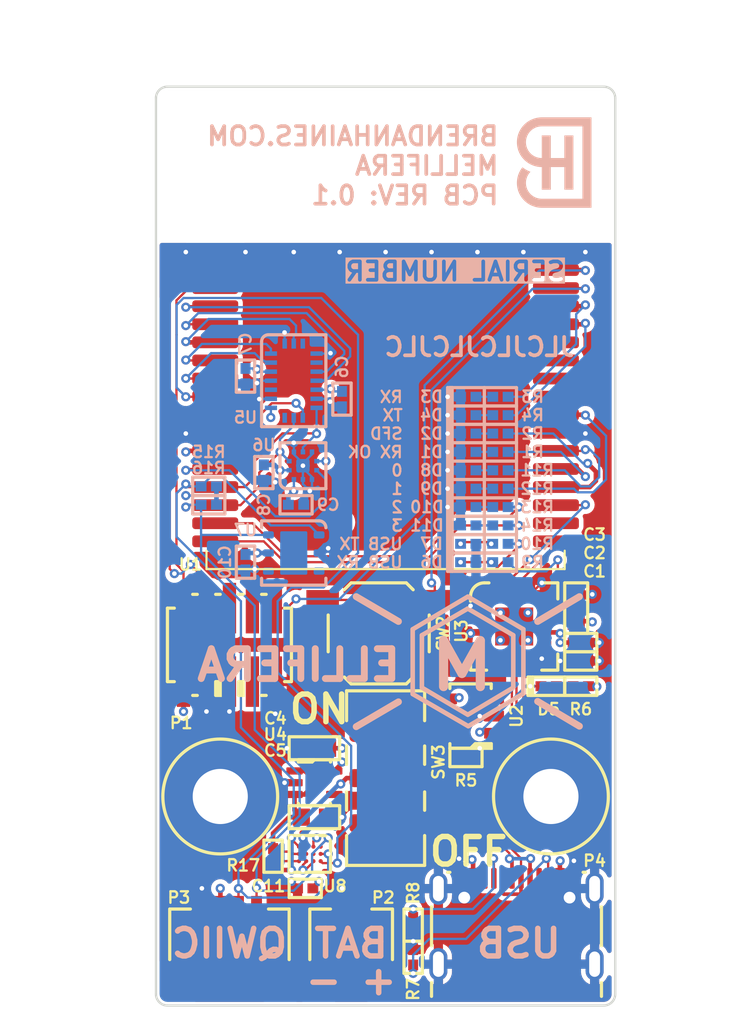
<source format=kicad_pcb>
(kicad_pcb (version 20221018) (generator pcbnew)

  (general
    (thickness 1.6)
  )

  (paper "USLetter")
  (title_block
    (title "${PROJECT_NAME}")
    (date "2022-09-27")
    (rev "${PCB_REVISION}")
    (company "Brendan Haines")
  )

  (layers
    (0 "F.Cu" signal)
    (1 "In1.Cu" signal)
    (2 "In2.Cu" signal)
    (31 "B.Cu" signal)
    (32 "B.Adhes" user "B.Adhesive")
    (33 "F.Adhes" user "F.Adhesive")
    (34 "B.Paste" user)
    (35 "F.Paste" user)
    (36 "B.SilkS" user "B.Silkscreen")
    (37 "F.SilkS" user "F.Silkscreen")
    (38 "B.Mask" user)
    (39 "F.Mask" user)
    (40 "Dwgs.User" user "User.Drawings")
    (41 "Cmts.User" user "User.Comments")
    (42 "Eco1.User" user "User.Eco1")
    (43 "Eco2.User" user "User.Eco2")
    (44 "Edge.Cuts" user)
    (45 "Margin" user)
    (46 "B.CrtYd" user "B.Courtyard")
    (47 "F.CrtYd" user "F.Courtyard")
    (48 "B.Fab" user)
    (49 "F.Fab" user)
    (50 "User.1" user)
    (51 "User.2" user)
    (52 "User.3" user)
    (53 "User.4" user)
    (54 "User.5" user)
    (55 "User.6" user)
    (56 "User.7" user)
    (57 "User.8" user)
    (58 "User.9" user)
  )

  (setup
    (stackup
      (layer "F.SilkS" (type "Top Silk Screen"))
      (layer "F.Paste" (type "Top Solder Paste"))
      (layer "F.Mask" (type "Top Solder Mask") (thickness 0.01))
      (layer "F.Cu" (type "copper") (thickness 0.035))
      (layer "dielectric 1" (type "core") (thickness 0.48) (material "FR4") (epsilon_r 4.5) (loss_tangent 0.02))
      (layer "In1.Cu" (type "copper") (thickness 0.035))
      (layer "dielectric 2" (type "prepreg") (thickness 0.48) (material "FR4") (epsilon_r 4.5) (loss_tangent 0.02))
      (layer "In2.Cu" (type "copper") (thickness 0.035))
      (layer "dielectric 3" (type "core") (thickness 0.48) (material "FR4") (epsilon_r 4.5) (loss_tangent 0.02))
      (layer "B.Cu" (type "copper") (thickness 0.035))
      (layer "B.Mask" (type "Bottom Solder Mask") (thickness 0.01))
      (layer "B.Paste" (type "Bottom Solder Paste"))
      (layer "B.SilkS" (type "Bottom Silk Screen"))
      (copper_finish "None")
      (dielectric_constraints no)
    )
    (pad_to_mask_clearance 0)
    (grid_origin 127 76.2)
    (pcbplotparams
      (layerselection 0x00010fc_ffffffff)
      (plot_on_all_layers_selection 0x0000000_00000000)
      (disableapertmacros false)
      (usegerberextensions false)
      (usegerberattributes true)
      (usegerberadvancedattributes true)
      (creategerberjobfile true)
      (dashed_line_dash_ratio 12.000000)
      (dashed_line_gap_ratio 3.000000)
      (svgprecision 4)
      (plotframeref false)
      (viasonmask false)
      (mode 1)
      (useauxorigin false)
      (hpglpennumber 1)
      (hpglpenspeed 20)
      (hpglpendiameter 15.000000)
      (dxfpolygonmode true)
      (dxfimperialunits true)
      (dxfusepcbnewfont true)
      (psnegative false)
      (psa4output false)
      (plotreference true)
      (plotvalue true)
      (plotinvisibletext false)
      (sketchpadsonfab false)
      (subtractmaskfromsilk false)
      (outputformat 1)
      (mirror false)
      (drillshape 0)
      (scaleselection 1)
      (outputdirectory "output")
    )
  )

  (property "PCB_REVISION" "0.1")
  (property "PROJECT_NAME" "MELLIFERA")

  (net 0 "")
  (net 1 "Net-(D1-PadA)")
  (net 2 "GND")
  (net 3 "Net-(D2-PadA)")
  (net 4 "Net-(D3-PadA)")
  (net 5 "Net-(D4-PadA)")
  (net 6 "/SWDIO")
  (net 7 "/SWCLK")
  (net 8 "unconnected-(P1-SWO{slash}TDO)")
  (net 9 "unconnected-(P1-NC{slash}TDI)")
  (net 10 "/N_RESET")
  (net 11 "/RX_OK_LED")
  (net 12 "/SFD_LED")
  (net 13 "/RX_LED")
  (net 14 "/TX_LED")
  (net 15 "unconnected-(U1-VCCIO_TP)")
  (net 16 "unconnected-(U1-READY)")
  (net 17 "unconnected-(U1-SPIS_MISO)")
  (net 18 "unconnected-(U1-SPIS_MOSI)")
  (net 19 "unconnected-(U1-SPIS_CLK)")
  (net 20 "unconnected-(U1-SPIS_CSn)")
  (net 21 "Net-(D5-PadA)")
  (net 22 "Net-(U2-STAT)")
  (net 23 "Net-(U2-PROG)")
  (net 24 "/USB_VBUS")
  (net 25 "/VBAT")
  (net 26 "/RX")
  (net 27 "/TX")
  (net 28 "Net-(U3-CBUS1)")
  (net 29 "Net-(U3-CBUS2)")
  (net 30 "unconnected-(U3-~{CTS})")
  (net 31 "unconnected-(U3-CBUS0)")
  (net 32 "unconnected-(U3-CBUS3)")
  (net 33 "unconnected-(U3-~{RTS})")
  (net 34 "/SDA")
  (net 35 "/SCL")
  (net 36 "Net-(D8-PadA)")
  (net 37 "Net-(D9-PadA)")
  (net 38 "Net-(D10-PadA)")
  (net 39 "Net-(D11-PadA)")
  (net 40 "/LED0")
  (net 41 "/LED1")
  (net 42 "/LED2")
  (net 43 "/LED3")
  (net 44 "VDC_3V3")
  (net 45 "unconnected-(U4-NC)")
  (net 46 "/FTDI/VDC_3V3_USB")
  (net 47 "/FTDI/N_LED_RX")
  (net 48 "/FTDI/N_LED_TX")
  (net 49 "/N_BUTTON")
  (net 50 "/INT5")
  (net 51 "/INT4")
  (net 52 "/INT1")
  (net 53 "/INT3")
  (net 54 "/INT2")
  (net 55 "/INT_DRDY")
  (net 56 "/INT_BARO")
  (net 57 "/USB_D_P")
  (net 58 "/USB_D_N")
  (net 59 "unconnected-(U5-CSB2)")
  (net 60 "unconnected-(U5-NC)")
  (net 61 "unconnected-(U5-CSB1)")
  (net 62 "unconnected-(U5-NC)_1")
  (net 63 "Net-(P4-CC1)")
  (net 64 "unconnected-(P4-SBU1)")
  (net 65 "Net-(P4-CC2)")
  (net 66 "unconnected-(P4-SBU2)")
  (net 67 "unconnected-(U7-PAD)")
  (net 68 "unconnected-(U7-NC)_1")
  (net 69 "unconnected-(U7-NC)")
  (net 70 "unconnected-(U8-NC)_1")
  (net 71 "unconnected-(U8-NC)")
  (net 72 "/INT_POW")
  (net 73 "Net-(U8-IN-)")
  (net 74 "Net-(U8-IN+)")
  (net 75 "unconnected-(SW3-C)_1")
  (net 76 "unconnected-(SW3-C)")
  (net 77 "Net-(#FLG0102-pwr)")
  (net 78 "Net-(SW3-B)")

  (footprint "common:C0603" (layer "F.Cu") (at 137.541 96.393 90))

  (footprint "common:TIE_5X5" (layer "F.Cu") (at 121.412 110.382 180))

  (footprint "common:R0402" (layer "F.Cu") (at 128.524 113.919 -90))

  (footprint "common:MH120X230_#4" (layer "F.Cu") (at 117.856 106.807))

  (footprint "common:TIE_5X5" (layer "F.Cu") (at 121.412 109.855 180))

  (footprint "jst:SM02B-SRSS-TB" (layer "F.Cu") (at 125.095 117.856 90))

  (footprint "common:DWM1001C" (layer "F.Cu") (at 127 76.2))

  (footprint "common:BGA40P165X139X63-12-TI_YFF" (layer "F.Cu") (at 122.809 109.982 -90))

  (footprint "common:MC-311D" (layer "F.Cu") (at 134.239 116.078))

  (footprint "common:SOT-23-5" (layer "F.Cu") (at 131.699 102.362 180))

  (footprint "common:C0603" (layer "F.Cu") (at 123.063 107.95))

  (footprint "common:R0402" (layer "F.Cu") (at 131.445 104.648))

  (footprint "common:QFN65P400X400X80-16P_FT230XQ" (layer "F.Cu") (at 134.112 97.409))

  (footprint "common:C0402" (layer "F.Cu") (at 137.795 98.298))

  (footprint "common:C0603" (layer "F.Cu") (at 123.063 104.14 180))

  (footprint "common:R0402" (layer "F.Cu") (at 128.524 115.697 90))

  (footprint "common:MH120X230_#4" (layer "F.Cu") (at 136.144 106.807))

  (footprint "common:R0402" (layer "F.Cu") (at 137.795 100.711 180))

  (footprint "common:R0402" (layer "F.Cu") (at 120.777 110.109 90))

  (footprint "common:C0402" (layer "F.Cu") (at 137.795 99.314))

  (footprint "common:JS202011JCQN" (layer "F.Cu") (at 127 105.791 -90))

  (footprint "common:C0402" (layer "F.Cu") (at 122.555 111.887 180))

  (footprint "common:LED0402" (layer "F.Cu") (at 136.017 100.711))

  (footprint "common:SOT-353" (layer "F.Cu") (at 123.063 106.045))

  (footprint "jst:SM04B-SRSS-TB" (layer "F.Cu") (at 118.364 117.856 90))

  (footprint "common:PinHeader_2x05_P1.27mm_Vertical-Samtec_FTSH-105-01-F-DV-K" (layer "F.Cu") (at 118.364 98.425 90))

  (footprint "common:SPST_SKQG" (layer "F.Cu") (at 126.619 97.79))

  (footprint "common:R0402" (layer "B.Cu") (at 133.35 87.757 180))

  (footprint "common:R0402" (layer "B.Cu") (at 133.35 85.725 180))

  (footprint "common:LED0402" (layer "B.Cu") (at 131.572 88.773))

  (footprint "common:LED0402" (layer "B.Cu") (at 131.572 86.741))

  (footprint "common:C0402" (layer "B.Cu") (at 124.587 84.836 -90))

  (footprint "common:LED0402" (layer "B.Cu") (at 131.572 91.821))

  (footprint "common:LGA20-BMX055" (layer "B.Cu") (at 121.92 83.82 180))

  (footprint "common:LED0402" (layer "B.Cu") (at 131.572 90.805))

  (footprint "common:LED0402" (layer "B.Cu") (at 131.572 89.789))

  (footprint "common:R0402" (layer "B.Cu") (at 133.35 88.773 180))

  (footprint "common:LED0402" (layer "B.Cu") (at 131.572 92.837))

  (footprint "common:R0402" (layer "B.Cu") (at 133.35 91.821 180))

  (footprint "common:LED0402" (layer "B.Cu") (at 131.572 87.757))

  (footprint "common:C0402" (layer "B.Cu") (at 120.269 88.9 -90))

  (footprint "common:R0402" (layer "B.Cu") (at 133.35 90.805 180))

  (footprint "common:R0402" (layer "B.Cu") (at 133.35 84.709 180))

  (footprint "common:R0402" (layer "B.Cu") (at 133.35 93.853 180))

  (footprint "common:LED0402" (layer "B.Cu") (at 131.572 84.709))

  (footprint "common:LED0402" (layer "B.Cu") (at 131.572 93.853))

  (footprint "common:R0402" (layer "B.Cu") (at 133.35 86.741 180))

  (footprint "common:C0402" (layer "B.Cu") (at 122.047 90.678))

  (footprint "common:LED0402" (layer "B.Cu") (at 131.572 85.725))

  (footprint "common:C0402" (layer "B.Cu") (at 119.253 93.853 -90))

  (footprint "common:LGA10-BMP388" (layer "B.Cu") (at 122.428 88.519))

  (footprint "common:R0402" (layer "B.Cu") (at 117.221 89.662 180))

  (footprint "common:R0402" (layer "B.Cu") (at 117.221 90.678 180))

  (footprint "common:HDC1080DMBR" (layer "B.Cu")
    (tstamp df8e5975-7741-4127-99f0-056647cf0b33)
    (at 121.92 93.345 180)
    (property "LCSC" "C82227")
    (property "Manufacturer" "Texas Instruments")
    (property "ManufacturerPartNumber" "HDC1080DMBR")
    (property "Sheetfile" "mellifera.kicad_sch")
    (property "Sheetname" "")
    (property "ki_description" "Sensor, Temperature/Humidity, I2C")
    (path "/6fe5e11d-b660-4afa-b33f-a024e524c2c2")
    (attr smd)
    (fp_text reference "U7" (at 2.667 1.27) (layer "B.SilkS")
        (effects (font (size 0.635 0.635) (thickness 0.127)) (justify mirror))
      (tstamp fb663c65-b7a1-4d50-9d8b-13d47531b6bd)
    )
    (fp_text value "~" (at 0 -0.889) (layer "B.Fab") hide
        (effects (font (size 0.635 0.635) (thickness 0.127)) (justify mirror))
      (tstamp 5c43a8fc-bbe8-47c7-9be7-cf5261d48db5)
    )
    (fp_text user "${REFERENCE}" (at 0 0.762) (layer "B.Fab")
 
... [890916 chars truncated]
</source>
